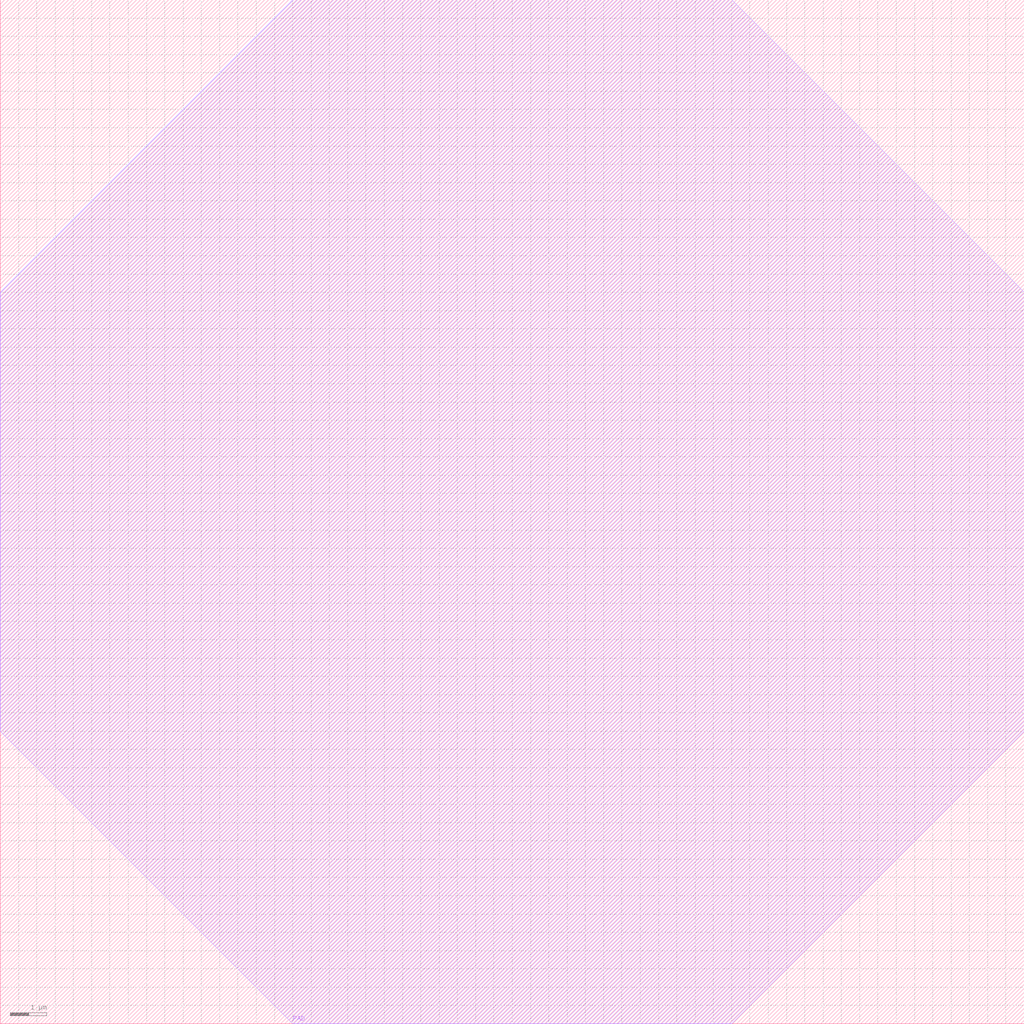
<source format=lef>
# Copyright 2024 ZeroASIC Corp
# 
# Licensed under the Apache License, Version 2.0 (the "License");
# you may not use this file except in compliance with the License.
# You may obtain a copy of the License at
# 
#      https://www.apache.org/licenses/LICENSE-2.0
# 
# Unless required by applicable law or agreed to in writing, software
# distributed under the License is distributed on an "AS IS" BASIS,
# WITHOUT WARRANTIES OR CONDITIONS OF ANY KIND, either express or implied.
# See the License for the specific language governing permissions and
# limitations under the License.

VERSION 5.7 ;
BUSBITCHARS "[]" ;
DIVIDERCHAR "/" ;

MACRO BUMP10
  CLASS BUMP COVER ;
  FOREIGN BUMP10 0.0 0.0 ;
  ORIGIN 5.0 5.0 ;
  SYMMETRY X Y ;
  SIZE 10.00 BY 10.00 ;
  PIN PAD
    DIRECTION INOUT ;
    PORT
      LAYER topmetal ;
        POLYGON 2 -5 -2 -5 -5 -2 -5 2 -2 5 2 5 5 2 5 -2 ;
    END
  END PAD
END BUMP10

MACRO BUMP45
  CLASS BUMP COVER ;
  FOREIGN BUMP10 0.0 0.0 ;
  ORIGIN 14.0 14.0 ;
  SYMMETRY X Y ;
  SIZE 28.00 BY 28.00 ;
  PIN PAD
    DIRECTION INOUT ;
    PORT
      LAYER topmetal ;
        POLYGON 6 -14 -6 -14 -14 -6 -14 6 -6 14 6 14 14 6 14 -6 ;
    END
  END PAD
END BUMP45

</source>
